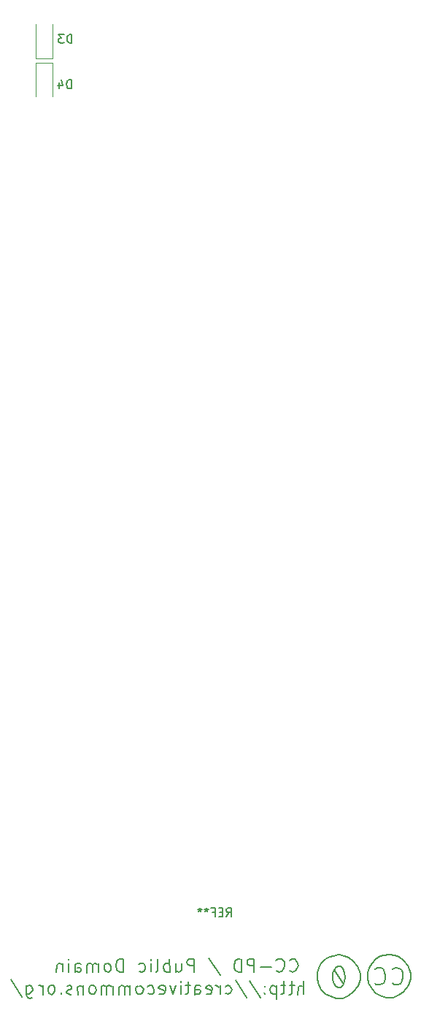
<source format=gbr>
G04 #@! TF.GenerationSoftware,KiCad,Pcbnew,5.1.4-e60b266~84~ubuntu18.04.1*
G04 #@! TF.CreationDate,2019-09-22T20:19:58-04:00*
G04 #@! TF.ProjectId,DE10nano interface,44453130-6e61-46e6-9f20-696e74657266,rev?*
G04 #@! TF.SameCoordinates,Original*
G04 #@! TF.FileFunction,Legend,Bot*
G04 #@! TF.FilePolarity,Positive*
%FSLAX46Y46*%
G04 Gerber Fmt 4.6, Leading zero omitted, Abs format (unit mm)*
G04 Created by KiCad (PCBNEW 5.1.4-e60b266~84~ubuntu18.04.1) date 2019-09-22 20:19:58*
%MOMM*%
%LPD*%
G04 APERTURE LIST*
%ADD10C,0.150000*%
%ADD11C,0.120000*%
G04 APERTURE END LIST*
D10*
X154500560Y-151199700D02*
X155100000Y-151100640D01*
X154099240Y-151298760D02*
X154500560Y-151199700D01*
X153598860Y-151601020D02*
X154099240Y-151298760D01*
X153101020Y-152098860D02*
X153598860Y-151601020D01*
X152798760Y-152599240D02*
X153101020Y-152098860D01*
X152600640Y-153201220D02*
X152798760Y-152599240D01*
X152600640Y-153800660D02*
X152600640Y-153201220D01*
X152699700Y-154400100D02*
X152600640Y-153800660D01*
X153101020Y-155101140D02*
X152699700Y-154400100D01*
X153598860Y-155598980D02*
X153101020Y-155101140D01*
X154200840Y-155901240D02*
X153598860Y-155598980D01*
X154800280Y-156099360D02*
X154200840Y-155901240D01*
X155600380Y-156099360D02*
X154800280Y-156099360D01*
X156298880Y-155799640D02*
X155600380Y-156099360D01*
X156799260Y-155400860D02*
X156298880Y-155799640D01*
X157401240Y-154699820D02*
X156799260Y-155400860D01*
X157599360Y-153899720D02*
X157401240Y-154699820D01*
X157599360Y-153300280D02*
X157599360Y-153899720D01*
X157500300Y-152799900D02*
X157599360Y-153300280D01*
X157299640Y-152401120D02*
X157500300Y-152799900D01*
X156799260Y-151799140D02*
X157299640Y-152401120D01*
X156298880Y-151400360D02*
X156799260Y-151799140D01*
X155801040Y-151199700D02*
X156298880Y-151400360D01*
X155199060Y-151100640D02*
X155801040Y-151199700D01*
X155100000Y-151100640D02*
X155199060Y-151100640D01*
X155350000Y-152450000D02*
X155100000Y-152400000D01*
X155600000Y-152650000D02*
X155350000Y-152450000D01*
X155750000Y-153150000D02*
X155600000Y-152650000D01*
X155850000Y-153650000D02*
X155750000Y-153150000D01*
X155750000Y-154200000D02*
X155850000Y-153650000D01*
X155600000Y-154600000D02*
X155750000Y-154200000D01*
X155350000Y-154850000D02*
X155600000Y-154600000D01*
X155050000Y-154900000D02*
X155350000Y-154850000D01*
X154750000Y-154700000D02*
X155050000Y-154900000D01*
X154600000Y-154450000D02*
X154750000Y-154700000D01*
X154400000Y-154000000D02*
X154600000Y-154450000D01*
X154400000Y-153650000D02*
X154400000Y-154000000D01*
X154400000Y-153200000D02*
X154400000Y-153650000D01*
X154550000Y-152800000D02*
X154400000Y-153200000D01*
X154800000Y-152500000D02*
X154550000Y-152800000D01*
X155100000Y-152400000D02*
X154800000Y-152500000D01*
X160350560Y-151149700D02*
X160950000Y-151050640D01*
X159949240Y-151248760D02*
X160350560Y-151149700D01*
X159448860Y-151551020D02*
X159949240Y-151248760D01*
X158951020Y-152048860D02*
X159448860Y-151551020D01*
X158648760Y-152549240D02*
X158951020Y-152048860D01*
X158450640Y-153151220D02*
X158648760Y-152549240D01*
X158450640Y-153750660D02*
X158450640Y-153151220D01*
X158549700Y-154350100D02*
X158450640Y-153750660D01*
X158951020Y-155051140D02*
X158549700Y-154350100D01*
X159448860Y-155548980D02*
X158951020Y-155051140D01*
X160050840Y-155851240D02*
X159448860Y-155548980D01*
X160650280Y-156049360D02*
X160050840Y-155851240D01*
X161450380Y-156049360D02*
X160650280Y-156049360D01*
X162148880Y-155749640D02*
X161450380Y-156049360D01*
X162649260Y-155350860D02*
X162148880Y-155749640D01*
X163251240Y-154649820D02*
X162649260Y-155350860D01*
X163449360Y-153849720D02*
X163251240Y-154649820D01*
X163449360Y-153250280D02*
X163449360Y-153849720D01*
X163350300Y-152749900D02*
X163449360Y-153250280D01*
X163149640Y-152351120D02*
X163350300Y-152749900D01*
X162649260Y-151749140D02*
X163149640Y-152351120D01*
X162148880Y-151350360D02*
X162649260Y-151749140D01*
X161651040Y-151149700D02*
X162148880Y-151350360D01*
X161049060Y-151050640D02*
X161651040Y-151149700D01*
X160950000Y-151050640D02*
X161049060Y-151050640D01*
X161549440Y-154550760D02*
X161348780Y-154350100D01*
X161950760Y-154550760D02*
X161549440Y-154550760D01*
X162250480Y-154449160D02*
X161950760Y-154550760D01*
X162451140Y-154149440D02*
X162250480Y-154449160D01*
X162550200Y-153649060D02*
X162451140Y-154149440D01*
X162550200Y-153250280D02*
X162550200Y-153649060D01*
X162451140Y-152848960D02*
X162550200Y-153250280D01*
X162148880Y-152650840D02*
X162451140Y-152848960D01*
X161750100Y-152549240D02*
X162148880Y-152650840D01*
X161450380Y-152650840D02*
X161750100Y-152549240D01*
X161348780Y-152749900D02*
X161450380Y-152650840D01*
X159448860Y-154550760D02*
X159349800Y-154350100D01*
X159751120Y-154550760D02*
X159448860Y-154550760D01*
X159949240Y-154550760D02*
X159751120Y-154550760D01*
X160350560Y-154350100D02*
X159949240Y-154550760D01*
X160551220Y-153948780D02*
X160350560Y-154350100D01*
X160551220Y-153550000D02*
X160551220Y-153948780D01*
X160449620Y-153049620D02*
X160551220Y-153550000D01*
X160248960Y-152650840D02*
X160449620Y-153049620D01*
X159949240Y-152549240D02*
X160248960Y-152650840D01*
X159649520Y-152549240D02*
X159949240Y-152549240D01*
X159448860Y-152650840D02*
X159649520Y-152549240D01*
X159349800Y-152749900D02*
X159448860Y-152650840D01*
X149750000Y-153050000D02*
X149400000Y-152950000D01*
X150100000Y-152950000D02*
X149750000Y-153050000D01*
X150300000Y-152650000D02*
X150100000Y-152950000D01*
X150400000Y-152350000D02*
X150300000Y-152650000D01*
X150300000Y-151900000D02*
X150400000Y-152350000D01*
X150050000Y-151600000D02*
X150300000Y-151900000D01*
X149700000Y-151550000D02*
X150050000Y-151600000D01*
X149400000Y-151700000D02*
X149700000Y-151550000D01*
X148150000Y-153050000D02*
X147900000Y-152900000D01*
X148450000Y-153000000D02*
X148150000Y-153050000D01*
X148750000Y-152700000D02*
X148450000Y-153000000D01*
X148850000Y-152300000D02*
X148750000Y-152700000D01*
X148800000Y-151900000D02*
X148850000Y-152300000D01*
X148450000Y-151550000D02*
X148800000Y-151900000D01*
X148050000Y-151600000D02*
X148450000Y-151550000D01*
X147800000Y-151700000D02*
X148050000Y-151600000D01*
X147300000Y-152500000D02*
X146050000Y-152500000D01*
X144800000Y-152300000D02*
X145300000Y-152300000D01*
X144550000Y-152200000D02*
X144800000Y-152300000D01*
X144500000Y-151950000D02*
X144550000Y-152200000D01*
X144500000Y-151750000D02*
X144500000Y-151950000D01*
X144700000Y-151550000D02*
X144500000Y-151750000D01*
X145300000Y-151550000D02*
X144700000Y-151550000D01*
X145300000Y-153050000D02*
X145300000Y-151550000D01*
X143550000Y-151550000D02*
X143700000Y-151550000D01*
X143200000Y-151650000D02*
X143550000Y-151550000D01*
X143050000Y-151900000D02*
X143200000Y-151650000D01*
X142950000Y-152300000D02*
X143050000Y-151900000D01*
X143000000Y-152650000D02*
X142950000Y-152300000D01*
X143200000Y-152950000D02*
X143000000Y-152650000D01*
X143500000Y-153050000D02*
X143200000Y-152950000D01*
X143800000Y-153050000D02*
X143500000Y-153050000D01*
X143800000Y-151550000D02*
X143800000Y-153050000D01*
X141400000Y-153450000D02*
X140050000Y-151450000D01*
X137800000Y-152350000D02*
X138250000Y-152350000D01*
X137600000Y-152200000D02*
X137800000Y-152350000D01*
X137500000Y-151950000D02*
X137600000Y-152200000D01*
X137600000Y-151650000D02*
X137500000Y-151950000D01*
X137850000Y-151550000D02*
X137600000Y-151650000D01*
X138350000Y-151550000D02*
X137850000Y-151550000D01*
X138350000Y-153050000D02*
X138350000Y-151550000D01*
X136550000Y-153050000D02*
X136200000Y-152950000D01*
X136750000Y-153000000D02*
X136550000Y-153050000D01*
X136900000Y-152850000D02*
X136750000Y-153000000D01*
X136900000Y-152500000D02*
X136900000Y-152850000D01*
X136900000Y-152100000D02*
X136900000Y-152500000D01*
X136200000Y-152050000D02*
X136200000Y-153050000D01*
X135100000Y-152050000D02*
X135400000Y-152050000D01*
X134850000Y-152150000D02*
X135100000Y-152050000D01*
X134750000Y-152500000D02*
X134850000Y-152150000D01*
X134850000Y-152900000D02*
X134750000Y-152500000D01*
X135100000Y-153050000D02*
X134850000Y-152900000D01*
X135500000Y-153050000D02*
X135100000Y-153050000D01*
X135450000Y-151550000D02*
X135500000Y-153050000D01*
X134100000Y-152900000D02*
X133900000Y-153050000D01*
X134100000Y-151600000D02*
X134100000Y-152900000D01*
X133300000Y-151700000D02*
X133350000Y-151700000D01*
X133300000Y-151600000D02*
X133300000Y-151700000D01*
X133300000Y-152050000D02*
X133300000Y-153000000D01*
X132200000Y-153050000D02*
X131950000Y-153000000D01*
X132500000Y-153000000D02*
X132200000Y-153050000D01*
X132650000Y-152750000D02*
X132500000Y-153000000D01*
X132650000Y-152400000D02*
X132650000Y-152750000D01*
X132500000Y-152100000D02*
X132650000Y-152400000D01*
X132150000Y-152050000D02*
X132500000Y-152100000D01*
X131900000Y-152150000D02*
X132150000Y-152050000D01*
X129600000Y-151600000D02*
X130100000Y-151550000D01*
X129350000Y-151850000D02*
X129600000Y-151600000D01*
X129250000Y-152350000D02*
X129350000Y-151850000D01*
X129350000Y-152800000D02*
X129250000Y-152350000D01*
X129700000Y-153050000D02*
X129350000Y-152800000D01*
X130100000Y-153050000D02*
X129700000Y-153050000D01*
X130100000Y-151550000D02*
X130100000Y-153050000D01*
X127950000Y-152250000D02*
X128150000Y-152100000D01*
X127900000Y-152400000D02*
X127950000Y-152250000D01*
X127900000Y-152750000D02*
X127900000Y-152400000D01*
X128100000Y-153000000D02*
X127900000Y-152750000D01*
X128400000Y-153050000D02*
X128100000Y-153000000D01*
X128650000Y-152800000D02*
X128400000Y-153050000D01*
X128650000Y-152450000D02*
X128650000Y-152800000D01*
X128500000Y-152150000D02*
X128650000Y-152450000D01*
X128250000Y-152050000D02*
X128500000Y-152150000D01*
X127200000Y-153100000D02*
X127200000Y-152050000D01*
X126850000Y-152100000D02*
X127100000Y-152150000D01*
X126650000Y-152150000D02*
X126850000Y-152100000D01*
X126550000Y-152250000D02*
X126650000Y-152150000D01*
X126550000Y-153100000D02*
X126550000Y-152250000D01*
X126300000Y-152100000D02*
X126500000Y-152200000D01*
X126050000Y-152100000D02*
X126300000Y-152100000D01*
X125950000Y-152200000D02*
X126050000Y-152100000D01*
X125900000Y-152400000D02*
X125950000Y-152200000D01*
X125900000Y-153150000D02*
X125900000Y-152400000D01*
X124550000Y-152250000D02*
X124500000Y-153100000D01*
X124700000Y-152050000D02*
X124550000Y-152250000D01*
X125050000Y-152050000D02*
X124700000Y-152050000D01*
X125200000Y-152150000D02*
X125050000Y-152050000D01*
X125000000Y-153050000D02*
X124600000Y-153000000D01*
X125200000Y-152950000D02*
X125000000Y-153050000D01*
X125200000Y-152700000D02*
X125200000Y-152950000D01*
X125050000Y-152550000D02*
X125200000Y-152700000D01*
X124750000Y-152550000D02*
X125050000Y-152550000D01*
X123800000Y-151550000D02*
X123800000Y-151650000D01*
X123800000Y-152100000D02*
X123800000Y-153050000D01*
X123050000Y-152100000D02*
X123050000Y-153000000D01*
X122650000Y-152100000D02*
X123000000Y-152150000D01*
X122500000Y-152150000D02*
X122650000Y-152100000D01*
X122400000Y-152350000D02*
X122500000Y-152150000D01*
X122350000Y-153050000D02*
X122400000Y-152350000D01*
X151050000Y-154150000D02*
X151050000Y-155650000D01*
X150500000Y-154700000D02*
X150900000Y-154700000D01*
X150400000Y-154900000D02*
X150500000Y-154700000D01*
X150350000Y-155750000D02*
X150400000Y-154900000D01*
X149500000Y-155700000D02*
X149300000Y-155700000D01*
X149650000Y-155550000D02*
X149500000Y-155700000D01*
X149650000Y-154150000D02*
X149650000Y-155550000D01*
X150000000Y-154650000D02*
X149400000Y-154650000D01*
X148500000Y-155650000D02*
X148400000Y-155650000D01*
X148750000Y-155550000D02*
X148500000Y-155650000D01*
X148750000Y-154150000D02*
X148750000Y-155550000D01*
X148400000Y-154650000D02*
X148900000Y-154650000D01*
X147900000Y-156200000D02*
X147900000Y-154650000D01*
X147450000Y-154650000D02*
X147800000Y-154750000D01*
X147200000Y-154800000D02*
X147450000Y-154650000D01*
X147150000Y-155150000D02*
X147200000Y-154800000D01*
X147250000Y-155450000D02*
X147150000Y-155150000D01*
X147500000Y-155650000D02*
X147250000Y-155450000D01*
X147850000Y-155650000D02*
X147500000Y-155650000D01*
X146550000Y-154700000D02*
X146550000Y-154800000D01*
X146500000Y-155500000D02*
X146550000Y-155650000D01*
X146050000Y-156050000D02*
X144750000Y-154100000D01*
X144450000Y-156050000D02*
X143150000Y-154050000D01*
X142300000Y-155650000D02*
X142000000Y-155550000D01*
X142600000Y-155500000D02*
X142300000Y-155650000D01*
X142700000Y-155100000D02*
X142600000Y-155500000D01*
X142500000Y-154700000D02*
X142700000Y-155100000D01*
X142200000Y-154650000D02*
X142500000Y-154700000D01*
X141950000Y-154750000D02*
X142200000Y-154650000D01*
X141350000Y-155650000D02*
X141350000Y-154600000D01*
X141050000Y-154700000D02*
X141250000Y-154850000D01*
X140800000Y-154650000D02*
X141050000Y-154700000D01*
X139700000Y-154950000D02*
X140350000Y-155200000D01*
X139700000Y-154850000D02*
X139700000Y-154950000D01*
X139900000Y-154650000D02*
X139700000Y-154850000D01*
X140150000Y-154650000D02*
X139900000Y-154650000D01*
X140350000Y-154750000D02*
X140150000Y-154650000D01*
X140450000Y-155000000D02*
X140350000Y-154750000D01*
X140400000Y-155350000D02*
X140450000Y-155000000D01*
X140300000Y-155650000D02*
X140400000Y-155350000D01*
X140050000Y-155650000D02*
X140300000Y-155650000D01*
X139750000Y-155600000D02*
X140050000Y-155650000D01*
X139000000Y-155150000D02*
X138500000Y-155100000D01*
X139100000Y-155300000D02*
X139000000Y-155150000D01*
X139050000Y-155550000D02*
X139100000Y-155300000D01*
X138900000Y-155650000D02*
X139050000Y-155550000D01*
X138400000Y-155650000D02*
X138900000Y-155650000D01*
X138400000Y-155700000D02*
X138400000Y-155650000D01*
X138400000Y-154850000D02*
X138400000Y-155700000D01*
X138550000Y-154650000D02*
X138400000Y-154850000D01*
X138950000Y-154650000D02*
X138550000Y-154650000D01*
X139100000Y-154700000D02*
X138950000Y-154650000D01*
X137500000Y-155600000D02*
X137350000Y-155650000D01*
X137650000Y-155450000D02*
X137500000Y-155600000D01*
X137650000Y-154200000D02*
X137650000Y-155450000D01*
X137950000Y-154650000D02*
X137300000Y-154650000D01*
X136800000Y-154100000D02*
X136800000Y-154250000D01*
X136800000Y-154650000D02*
X136800000Y-155650000D01*
X135850000Y-155650000D02*
X135500000Y-154650000D01*
X136250000Y-154600000D02*
X135850000Y-155650000D01*
X134150000Y-154950000D02*
X134900000Y-155200000D01*
X134200000Y-154850000D02*
X134150000Y-154950000D01*
X134400000Y-154650000D02*
X134200000Y-154850000D01*
X134750000Y-154650000D02*
X134400000Y-154650000D01*
X135000000Y-154750000D02*
X134750000Y-154650000D01*
X135000000Y-155100000D02*
X135000000Y-154750000D01*
X134950000Y-155450000D02*
X135000000Y-155100000D01*
X134750000Y-155650000D02*
X134950000Y-155450000D01*
X134500000Y-155650000D02*
X134750000Y-155650000D01*
X134250000Y-155600000D02*
X134500000Y-155650000D01*
X133200000Y-155650000D02*
X133000000Y-155550000D01*
X133500000Y-155600000D02*
X133200000Y-155650000D01*
X133650000Y-155500000D02*
X133500000Y-155600000D01*
X133700000Y-155250000D02*
X133650000Y-155500000D01*
X133600000Y-154850000D02*
X133700000Y-155250000D01*
X133400000Y-154650000D02*
X133600000Y-154850000D01*
X133150000Y-154650000D02*
X133400000Y-154650000D01*
X132900000Y-154750000D02*
X133150000Y-154650000D01*
X131600000Y-154850000D02*
X131800000Y-154700000D01*
X131550000Y-155150000D02*
X131600000Y-154850000D01*
X131650000Y-155450000D02*
X131550000Y-155150000D01*
X131850000Y-155600000D02*
X131650000Y-155450000D01*
X132100000Y-155650000D02*
X131850000Y-155600000D01*
X132350000Y-155550000D02*
X132100000Y-155650000D01*
X132450000Y-155050000D02*
X132350000Y-155550000D01*
X132150000Y-154700000D02*
X132450000Y-155050000D01*
X131950000Y-154700000D02*
X132150000Y-154700000D01*
X130900000Y-155700000D02*
X130900000Y-154650000D01*
X130450000Y-154700000D02*
X130850000Y-154750000D01*
X130300000Y-154850000D02*
X130450000Y-154700000D01*
X130300000Y-155700000D02*
X130300000Y-154850000D01*
X129950000Y-154650000D02*
X130250000Y-154750000D01*
X129750000Y-154700000D02*
X129950000Y-154650000D01*
X129600000Y-154850000D02*
X129750000Y-154700000D01*
X129600000Y-155750000D02*
X129600000Y-154850000D01*
X128900000Y-155700000D02*
X128900000Y-154700000D01*
X128650000Y-154700000D02*
X128800000Y-154750000D01*
X128400000Y-154650000D02*
X128650000Y-154700000D01*
X128200000Y-154800000D02*
X128400000Y-154650000D01*
X128200000Y-155750000D02*
X128200000Y-154800000D01*
X128000000Y-154700000D02*
X128150000Y-154800000D01*
X127750000Y-154650000D02*
X128000000Y-154700000D01*
X127600000Y-154800000D02*
X127750000Y-154650000D01*
X127550000Y-155700000D02*
X127600000Y-154800000D01*
X126100000Y-155100000D02*
X126150000Y-154850000D01*
X126150000Y-155300000D02*
X126100000Y-155100000D01*
X126250000Y-155550000D02*
X126150000Y-155300000D01*
X126500000Y-155650000D02*
X126250000Y-155550000D01*
X126750000Y-155600000D02*
X126500000Y-155650000D01*
X126900000Y-155400000D02*
X126750000Y-155600000D01*
X126950000Y-155200000D02*
X126900000Y-155400000D01*
X126900000Y-154900000D02*
X126950000Y-155200000D01*
X126800000Y-154700000D02*
X126900000Y-154900000D01*
X126600000Y-154650000D02*
X126800000Y-154700000D01*
X126350000Y-154650000D02*
X126600000Y-154650000D01*
X126200000Y-154750000D02*
X126350000Y-154650000D01*
X125500000Y-155700000D02*
X125500000Y-154650000D01*
X125150000Y-154700000D02*
X125450000Y-154800000D01*
X124950000Y-154700000D02*
X125150000Y-154700000D01*
X124800000Y-154900000D02*
X124950000Y-154700000D01*
X124850000Y-155750000D02*
X124800000Y-154900000D01*
X124050000Y-155700000D02*
X124150000Y-155600000D01*
X123800000Y-155650000D02*
X124050000Y-155700000D01*
X123550000Y-155500000D02*
X123800000Y-155650000D01*
X123600000Y-155250000D02*
X123550000Y-155500000D01*
X123850000Y-155150000D02*
X123600000Y-155250000D01*
X124150000Y-155000000D02*
X123850000Y-155150000D01*
X124150000Y-154750000D02*
X124150000Y-155000000D01*
X123900000Y-154600000D02*
X124150000Y-154750000D01*
X123600000Y-154700000D02*
X123900000Y-154600000D01*
X122900000Y-155500000D02*
X122900000Y-155650000D01*
X121400000Y-154950000D02*
X121600000Y-154700000D01*
X121400000Y-155200000D02*
X121400000Y-154950000D01*
X121500000Y-155550000D02*
X121400000Y-155200000D01*
X121800000Y-155700000D02*
X121500000Y-155550000D01*
X122100000Y-155500000D02*
X121800000Y-155700000D01*
X122200000Y-155200000D02*
X122100000Y-155500000D01*
X122200000Y-154850000D02*
X122200000Y-155200000D01*
X121950000Y-154650000D02*
X122200000Y-154850000D01*
X121650000Y-154650000D02*
X121950000Y-154650000D01*
X120800000Y-154650000D02*
X120800000Y-155700000D01*
X120450000Y-154650000D02*
X120700000Y-154800000D01*
X120300000Y-154650000D02*
X120450000Y-154650000D01*
X118850000Y-155750000D02*
X118850000Y-154600000D01*
X119000000Y-156050000D02*
X118850000Y-155750000D01*
X119300000Y-156150000D02*
X119000000Y-156050000D01*
X119550000Y-156050000D02*
X119300000Y-156150000D01*
X119200000Y-155600000D02*
X118950000Y-155600000D01*
X119400000Y-155500000D02*
X119200000Y-155600000D01*
X119600000Y-155200000D02*
X119400000Y-155500000D01*
X119550000Y-154800000D02*
X119600000Y-155200000D01*
X119300000Y-154650000D02*
X119550000Y-154800000D01*
X118950000Y-154700000D02*
X119300000Y-154650000D01*
X118350000Y-156000000D02*
X117050000Y-153950000D01*
X154550000Y-152800000D02*
X155600000Y-154350000D01*
D11*
X121934200Y-47131800D02*
X119934200Y-47131800D01*
X119934200Y-47131800D02*
X119934200Y-43231800D01*
X121934200Y-47131800D02*
X121934200Y-43231800D01*
X119934200Y-47711800D02*
X119934200Y-51611800D01*
X121934200Y-47711800D02*
X121934200Y-51611800D01*
X119934200Y-47711800D02*
X121934200Y-47711800D01*
D10*
X142083893Y-146652420D02*
X142417226Y-146176230D01*
X142655321Y-146652420D02*
X142655321Y-145652420D01*
X142274369Y-145652420D01*
X142179131Y-145700040D01*
X142131512Y-145747659D01*
X142083893Y-145842897D01*
X142083893Y-145985754D01*
X142131512Y-146080992D01*
X142179131Y-146128611D01*
X142274369Y-146176230D01*
X142655321Y-146176230D01*
X141655321Y-146128611D02*
X141321988Y-146128611D01*
X141179131Y-146652420D02*
X141655321Y-146652420D01*
X141655321Y-145652420D01*
X141179131Y-145652420D01*
X140417226Y-146128611D02*
X140750560Y-146128611D01*
X140750560Y-146652420D02*
X140750560Y-145652420D01*
X140274369Y-145652420D01*
X139750560Y-145652420D02*
X139750560Y-145890516D01*
X139988655Y-145795278D02*
X139750560Y-145890516D01*
X139512464Y-145795278D01*
X139893417Y-146080992D02*
X139750560Y-145890516D01*
X139607702Y-146080992D01*
X138988655Y-145652420D02*
X138988655Y-145890516D01*
X139226750Y-145795278D02*
X138988655Y-145890516D01*
X138750560Y-145795278D01*
X139131512Y-146080992D02*
X138988655Y-145890516D01*
X138845798Y-146080992D01*
X124148795Y-45397680D02*
X124148795Y-44397680D01*
X123910700Y-44397680D01*
X123767842Y-44445300D01*
X123672604Y-44540538D01*
X123624985Y-44635776D01*
X123577366Y-44826252D01*
X123577366Y-44969109D01*
X123624985Y-45159585D01*
X123672604Y-45254823D01*
X123767842Y-45350061D01*
X123910700Y-45397680D01*
X124148795Y-45397680D01*
X123244033Y-44397680D02*
X122624985Y-44397680D01*
X122958319Y-44778633D01*
X122815461Y-44778633D01*
X122720223Y-44826252D01*
X122672604Y-44873871D01*
X122624985Y-44969109D01*
X122624985Y-45207204D01*
X122672604Y-45302442D01*
X122720223Y-45350061D01*
X122815461Y-45397680D01*
X123101176Y-45397680D01*
X123196414Y-45350061D01*
X123244033Y-45302442D01*
X124085295Y-50668180D02*
X124085295Y-49668180D01*
X123847200Y-49668180D01*
X123704342Y-49715800D01*
X123609104Y-49811038D01*
X123561485Y-49906276D01*
X123513866Y-50096752D01*
X123513866Y-50239609D01*
X123561485Y-50430085D01*
X123609104Y-50525323D01*
X123704342Y-50620561D01*
X123847200Y-50668180D01*
X124085295Y-50668180D01*
X122656723Y-50001514D02*
X122656723Y-50668180D01*
X122894819Y-49620561D02*
X123132914Y-50334847D01*
X122513866Y-50334847D01*
M02*

</source>
